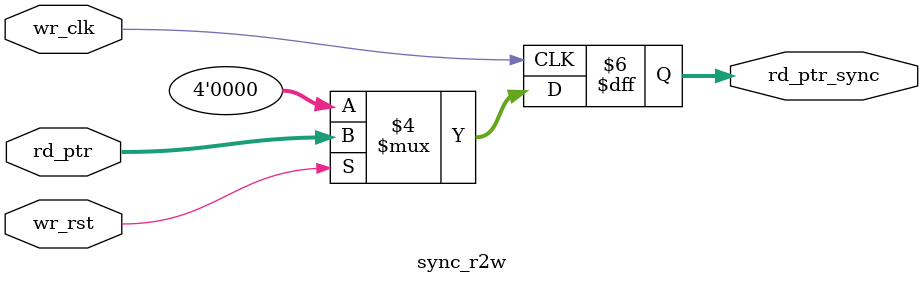
<source format=v>
module sync_r2w #(parameter add_size = 3)
(
output reg [add_size:0] rd_ptr_sync,   // read pointer after synchronization
input [add_size:0] rd_ptr,   // read pointer before synchronization
input wr_clk, wr_rst);  // write clock, write reset


always @(posedge wr_clk )

if (!wr_rst) 
begin
rd_ptr_sync <=0;  // if reset assign both to zero
end
else
begin

rd_ptr_sync<= rd_ptr;
end
endmodule

</source>
